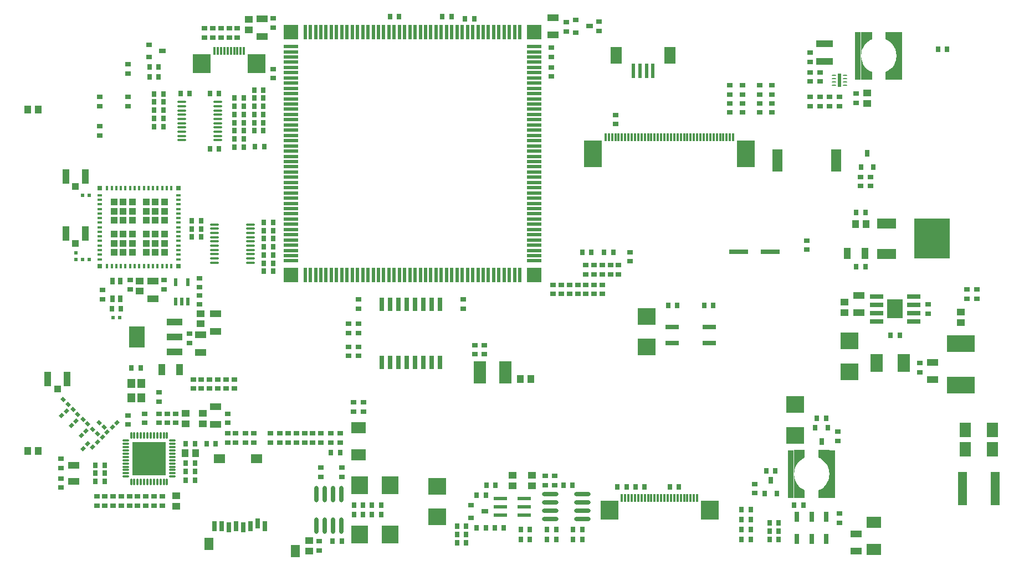
<source format=gtp>
G04*
G04 #@! TF.GenerationSoftware,Altium Limited,Altium Designer,18.1.7 (191)*
G04*
G04 Layer_Color=8421504*
%FSLAX44Y44*%
%MOMM*%
G71*
G01*
G75*
%ADD24R,0.8000X0.9000*%
%ADD25R,1.3000X1.0000*%
%ADD26C,0.2500*%
%ADD27O,1.3500X0.4000*%
%ADD28R,0.3000X1.2000*%
%ADD29R,2.7000X3.0000*%
%ADD30R,0.6000X2.2000*%
%ADD31R,1.8000X2.6000*%
%ADD32R,0.9500X7.3000*%
%ADD33R,0.5600X2.1500*%
G04:AMPARAMS|DCode=34|XSize=0.25mm|YSize=0.7mm|CornerRadius=0.0625mm|HoleSize=0mm|Usage=FLASHONLY|Rotation=90.000|XOffset=0mm|YOffset=0mm|HoleType=Round|Shape=RoundedRectangle|*
%AMROUNDEDRECTD34*
21,1,0.2500,0.5750,0,0,90.0*
21,1,0.1250,0.7000,0,0,90.0*
1,1,0.1250,0.2875,0.0625*
1,1,0.1250,0.2875,-0.0625*
1,1,0.1250,-0.2875,-0.0625*
1,1,0.1250,-0.2875,0.0625*
%
%ADD34ROUNDEDRECTD34*%
%ADD35R,5.4000X6.2000*%
%ADD36R,3.0000X1.5000*%
%ADD37R,2.0000X0.7000*%
%ADD38R,2.4000X3.0000*%
%ADD39R,2.7432X2.6162*%
%ADD40R,2.7000X3.0000*%
%ADD41O,2.5000X0.7000*%
%ADD42R,2.0000X0.5300*%
%ADD43R,2.6162X2.7432*%
%ADD44O,0.7000X2.5000*%
%ADD45R,1.8000X1.4000*%
%ADD46R,1.4000X1.9000*%
%ADD47R,0.8000X1.5000*%
%ADD48R,5.1500X5.1500*%
%ADD49O,0.3500X1.0500*%
%ADD50O,1.0500X0.3500*%
%ADD51R,0.5000X2.3000*%
%ADD52R,2.3000X0.5000*%
%ADD53R,2.3000X2.3000*%
%ADD54R,1.4000X5.2000*%
%ADD55R,2.2500X1.8000*%
%ADD56R,1.8000X2.2500*%
%ADD57R,1.7000X1.1000*%
%ADD58R,1.0000X1.3000*%
%ADD59R,0.9000X0.8000*%
%ADD60R,0.5000X0.6000*%
%ADD61R,0.6000X0.5000*%
%ADD62R,1.0500X2.2000*%
%ADD63R,1.0000X1.0500*%
%ADD64R,0.6500X0.9000*%
%ADD65R,0.6500X1.1000*%
%ADD66R,0.8000X1.6000*%
%ADD67R,0.9000X0.6500*%
%ADD68R,1.1000X0.6500*%
%ADD69R,1.5000X3.4000*%
%ADD70R,2.7000X4.1000*%
%ADD71R,0.7500X0.7500*%
%ADD72R,0.4000X0.7500*%
%ADD73R,0.7500X0.4000*%
%ADD74R,1.0000X1.0000*%
%ADD75R,2.4000X3.3000*%
%ADD76R,2.4000X1.0000*%
%ADD77R,0.5000X1.2000*%
%ADD78R,0.7000X2.0000*%
%ADD79R,2.0000X0.8000*%
%ADD80R,1.1498X1.3995*%
%ADD81R,0.8000X1.0500*%
%ADD82R,4.2000X2.6000*%
%ADD83R,2.6000X1.1000*%
%ADD84R,1.1000X1.7000*%
G04:AMPARAMS|DCode=85|XSize=0.5mm|YSize=0.6mm|CornerRadius=0mm|HoleSize=0mm|Usage=FLASHONLY|Rotation=135.000|XOffset=0mm|YOffset=0mm|HoleType=Round|Shape=Rectangle|*
%AMROTATEDRECTD85*
4,1,4,0.3889,0.0354,-0.0354,-0.3889,-0.3889,-0.0354,0.0354,0.3889,0.3889,0.0354,0.0*
%
%ADD85ROTATEDRECTD85*%

G04:AMPARAMS|DCode=86|XSize=0.5mm|YSize=0.6mm|CornerRadius=0mm|HoleSize=0mm|Usage=FLASHONLY|Rotation=225.000|XOffset=0mm|YOffset=0mm|HoleType=Round|Shape=Rectangle|*
%AMROTATEDRECTD86*
4,1,4,-0.0354,0.3889,0.3889,-0.0354,0.0354,-0.3889,-0.3889,0.0354,-0.0354,0.3889,0.0*
%
%ADD86ROTATEDRECTD86*%

%ADD87R,1.9000X2.8000*%
%ADD88R,3.0000X0.7000*%
%ADD89R,1.9000X3.4000*%
%ADD90R,1.8000X1.0000*%
G36*
X1234500Y132500D02*
X1234000Y138000D01*
X1232000Y144000D01*
X1231000Y146000D01*
X1229500Y148500D01*
X1226500Y152000D01*
X1224000Y154000D01*
X1222000Y155500D01*
X1218000Y157500D01*
Y169000D01*
X1234500D01*
Y132500D01*
D02*
G37*
G36*
X1197000Y157500D02*
X1194000Y156000D01*
X1190500Y153500D01*
X1188000Y151500D01*
X1187500Y151000D01*
X1185500Y148500D01*
X1184000Y146000D01*
X1183000Y144000D01*
X1182000Y141500D01*
X1181500Y139500D01*
X1181000Y137500D01*
X1180500Y132500D01*
Y169000D01*
X1197000D01*
Y157500D01*
D02*
G37*
G36*
X1234500Y96000D02*
X1218000D01*
Y107500D01*
X1222000Y109500D01*
X1223500Y110500D01*
X1226500Y113000D01*
X1229500Y116500D01*
X1231500Y120000D01*
X1233000Y123000D01*
X1233500Y125000D01*
X1234000Y127500D01*
X1234500Y132500D01*
Y96000D01*
D02*
G37*
G36*
X1181000Y127000D02*
X1182000Y123000D01*
X1184500Y118000D01*
X1187500Y114000D01*
X1191000Y111000D01*
X1194000Y109000D01*
X1197000Y107500D01*
Y96000D01*
X1180500D01*
Y132500D01*
X1181000Y127000D01*
D02*
G37*
G36*
X1337000Y772500D02*
X1336500Y778000D01*
X1335500Y782000D01*
X1333000Y787000D01*
X1330000Y791000D01*
X1326500Y794000D01*
X1323500Y796000D01*
X1320500Y797500D01*
Y809000D01*
X1337000D01*
Y772500D01*
D02*
G37*
G36*
X1299500Y797500D02*
X1295500Y795500D01*
X1294000Y794500D01*
X1291000Y792000D01*
X1288000Y788500D01*
X1286000Y785000D01*
X1284500Y782000D01*
X1284000Y780000D01*
X1283500Y777500D01*
X1283000Y772500D01*
Y809000D01*
X1299500D01*
Y797500D01*
D02*
G37*
G36*
X1337000Y736000D02*
X1320500D01*
Y747500D01*
X1323500Y749000D01*
X1327000Y751500D01*
X1329500Y753500D01*
X1330000Y754000D01*
X1332000Y756500D01*
X1333500Y759000D01*
X1334500Y761000D01*
X1335500Y763500D01*
X1336000Y765500D01*
X1336500Y767500D01*
X1337000Y772500D01*
Y736000D01*
D02*
G37*
G36*
X1283500Y767000D02*
X1285500Y761000D01*
X1286500Y759000D01*
X1288000Y756500D01*
X1291000Y753000D01*
X1293500Y751000D01*
X1295500Y749500D01*
X1299500Y747500D01*
Y736000D01*
X1283000D01*
Y772500D01*
X1283500Y767000D01*
D02*
G37*
D24*
X828002Y115000D02*
D03*
X842002D02*
D03*
X475502Y30000D02*
D03*
X489502D02*
D03*
X987998Y390000D02*
D03*
X1001998D02*
D03*
X384498Y492500D02*
D03*
X370498D02*
D03*
X1138002Y137500D02*
D03*
X1152002D02*
D03*
X856998Y32500D02*
D03*
X842998D02*
D03*
X776998D02*
D03*
X762998D02*
D03*
X776998Y47500D02*
D03*
X762998D02*
D03*
X856998D02*
D03*
X842998D02*
D03*
X816998Y32500D02*
D03*
X802998D02*
D03*
X816998Y47500D02*
D03*
X802998D02*
D03*
X1194498Y85000D02*
D03*
X1180498D02*
D03*
X1100502Y47500D02*
D03*
X1114502D02*
D03*
X1100502Y32500D02*
D03*
X1114502D02*
D03*
X1100502Y62500D02*
D03*
X1114502D02*
D03*
X1143002Y32500D02*
D03*
X1157002D02*
D03*
X1143002Y45000D02*
D03*
X1157002D02*
D03*
X1143002Y57500D02*
D03*
X1157002D02*
D03*
X1100502Y77500D02*
D03*
X1114502D02*
D03*
X990500Y112500D02*
D03*
X1004500D02*
D03*
X938002Y112500D02*
D03*
X952002D02*
D03*
X924498Y112500D02*
D03*
X910498D02*
D03*
X562998Y832500D02*
D03*
X576998D02*
D03*
X677998Y828500D02*
D03*
X691998D02*
D03*
X642998Y832500D02*
D03*
X656998D02*
D03*
X665498Y52500D02*
D03*
X679498D02*
D03*
X217002Y714000D02*
D03*
X203002D02*
D03*
X217002Y689000D02*
D03*
X203002D02*
D03*
X217002Y676500D02*
D03*
X203002D02*
D03*
X217002Y664000D02*
D03*
X203002D02*
D03*
X217002Y701500D02*
D03*
X203002D02*
D03*
X371002Y633000D02*
D03*
X357002D02*
D03*
X302002Y630000D02*
D03*
X288002D02*
D03*
X339502Y645000D02*
D03*
X325502D02*
D03*
X369502Y657500D02*
D03*
X355502D02*
D03*
X369502Y670000D02*
D03*
X355502D02*
D03*
X369502Y682500D02*
D03*
X355502D02*
D03*
X369502Y695000D02*
D03*
X355502D02*
D03*
X369502Y707500D02*
D03*
X355502D02*
D03*
X370498Y442500D02*
D03*
X384498D02*
D03*
X339502Y632500D02*
D03*
X325502D02*
D03*
X339502Y707500D02*
D03*
X325502D02*
D03*
X339502Y682500D02*
D03*
X325502D02*
D03*
X339502Y657500D02*
D03*
X325502D02*
D03*
X339502Y670000D02*
D03*
X325502D02*
D03*
X339502Y695000D02*
D03*
X325502D02*
D03*
X152002Y385000D02*
D03*
X138002D02*
D03*
X384502Y517500D02*
D03*
X370502D02*
D03*
X260498Y495000D02*
D03*
X274498D02*
D03*
X274502Y520000D02*
D03*
X260502D02*
D03*
X370498Y455000D02*
D03*
X384498D02*
D03*
X370498Y467500D02*
D03*
X384498D02*
D03*
X370498Y480000D02*
D03*
X384498D02*
D03*
X369502Y720000D02*
D03*
X355502D02*
D03*
X282998Y179000D02*
D03*
X296998D02*
D03*
X250998D02*
D03*
X264998D02*
D03*
X679502Y27500D02*
D03*
X665502D02*
D03*
X257002Y715000D02*
D03*
X243002D02*
D03*
X287998Y715000D02*
D03*
X301998D02*
D03*
X370498Y505000D02*
D03*
X384498D02*
D03*
X274502Y507500D02*
D03*
X260502D02*
D03*
X182002Y295000D02*
D03*
X168002D02*
D03*
X1414502Y782500D02*
D03*
X1400502D02*
D03*
X1289502Y450000D02*
D03*
X1275502D02*
D03*
X1289502Y532500D02*
D03*
X1275502D02*
D03*
X1327998Y345000D02*
D03*
X1341998D02*
D03*
X1042998Y390000D02*
D03*
X1056998D02*
D03*
X710502Y115000D02*
D03*
X724502D02*
D03*
X549498Y70000D02*
D03*
X535498D02*
D03*
X251002Y123000D02*
D03*
X265002D02*
D03*
X126998Y121000D02*
D03*
X112998D02*
D03*
X126998Y133500D02*
D03*
X112998D02*
D03*
X264998Y149000D02*
D03*
X250998D02*
D03*
X126998Y146000D02*
D03*
X112998D02*
D03*
X264998Y136000D02*
D03*
X250998D02*
D03*
X695502Y50000D02*
D03*
X709502D02*
D03*
X723002Y50000D02*
D03*
X737002D02*
D03*
X709498Y100000D02*
D03*
X695498D02*
D03*
X679498Y40000D02*
D03*
X665498D02*
D03*
X1215502Y217500D02*
D03*
X1229502D02*
D03*
X195502Y740000D02*
D03*
X209502D02*
D03*
X209498Y755000D02*
D03*
X195498D02*
D03*
X508002Y85000D02*
D03*
X522002D02*
D03*
X857002Y471500D02*
D03*
X871002D02*
D03*
X890502D02*
D03*
X904502D02*
D03*
X486998Y165000D02*
D03*
X472998D02*
D03*
X508002Y70000D02*
D03*
X522002D02*
D03*
X549498Y85000D02*
D03*
X535498D02*
D03*
D25*
X440000Y30500D02*
D03*
Y14500D02*
D03*
X250500Y225500D02*
D03*
Y209500D02*
D03*
X780000Y130500D02*
D03*
Y114500D02*
D03*
X274000Y362000D02*
D03*
Y378000D02*
D03*
X1435000Y364500D02*
D03*
Y380500D02*
D03*
X347500Y828000D02*
D03*
Y812000D02*
D03*
X236500Y99000D02*
D03*
Y83000D02*
D03*
X181000Y428000D02*
D03*
Y412000D02*
D03*
X1257500Y395500D02*
D03*
Y379500D02*
D03*
X1292500Y715500D02*
D03*
Y699500D02*
D03*
X750000Y114500D02*
D03*
Y130500D02*
D03*
X277000Y225000D02*
D03*
Y209000D02*
D03*
D26*
X82000Y461000D02*
D03*
D27*
X350250Y455750D02*
D03*
Y462250D02*
D03*
Y468750D02*
D03*
Y475250D02*
D03*
Y481750D02*
D03*
Y488250D02*
D03*
Y494750D02*
D03*
Y501250D02*
D03*
Y507750D02*
D03*
Y514250D02*
D03*
X294750Y455750D02*
D03*
Y462250D02*
D03*
Y468750D02*
D03*
Y475250D02*
D03*
Y481750D02*
D03*
Y488250D02*
D03*
Y494750D02*
D03*
Y501250D02*
D03*
Y507750D02*
D03*
Y514250D02*
D03*
X300250Y643250D02*
D03*
Y649750D02*
D03*
Y656250D02*
D03*
Y662750D02*
D03*
Y669250D02*
D03*
Y675750D02*
D03*
Y682250D02*
D03*
Y688750D02*
D03*
Y695250D02*
D03*
Y701750D02*
D03*
X244750Y643250D02*
D03*
Y649750D02*
D03*
Y656250D02*
D03*
Y662750D02*
D03*
Y669250D02*
D03*
Y675750D02*
D03*
Y682250D02*
D03*
Y688750D02*
D03*
Y695250D02*
D03*
Y701750D02*
D03*
D28*
X295000Y779900D02*
D03*
X300000D02*
D03*
X305000D02*
D03*
X310000D02*
D03*
X315000D02*
D03*
X320000D02*
D03*
X325000D02*
D03*
X330000D02*
D03*
X335000D02*
D03*
X340000D02*
D03*
X1032500Y95600D02*
D03*
X1027500D02*
D03*
X1022500D02*
D03*
X992500D02*
D03*
X957500D02*
D03*
X952500D02*
D03*
X917500D02*
D03*
X922500D02*
D03*
X927500D02*
D03*
X932500D02*
D03*
X937500D02*
D03*
X942500D02*
D03*
X947500D02*
D03*
X962500D02*
D03*
X967500D02*
D03*
X972500D02*
D03*
X977500D02*
D03*
X982500D02*
D03*
X987500D02*
D03*
X997500D02*
D03*
X1002500D02*
D03*
X1007500D02*
D03*
X1012500D02*
D03*
X1017500D02*
D03*
X892500Y647400D02*
D03*
X897501D02*
D03*
X902499D02*
D03*
X907501D02*
D03*
X912499D02*
D03*
X917501D02*
D03*
X1072499D02*
D03*
X1077501D02*
D03*
X1082499D02*
D03*
X1087500D02*
D03*
X982499D02*
D03*
X992499D02*
D03*
X987501D02*
D03*
X977501D02*
D03*
X972499D02*
D03*
X967501D02*
D03*
X962499D02*
D03*
X957501D02*
D03*
X952499D02*
D03*
X947501D02*
D03*
X942499D02*
D03*
X937501D02*
D03*
X932499D02*
D03*
X927501D02*
D03*
X922499D02*
D03*
X997501D02*
D03*
X1002499D02*
D03*
X1007501D02*
D03*
X1012499D02*
D03*
X1017501D02*
D03*
X1022499D02*
D03*
X1027501D02*
D03*
X1032499D02*
D03*
X1037501D02*
D03*
X1042499D02*
D03*
X1047501D02*
D03*
X1052499D02*
D03*
X1057501D02*
D03*
X1062499D02*
D03*
X1067501D02*
D03*
D29*
X275700Y760100D02*
D03*
X359300D02*
D03*
D30*
X965000Y749000D02*
D03*
X955000D02*
D03*
X945000D02*
D03*
X935000D02*
D03*
D31*
X991000Y773000D02*
D03*
X909000D02*
D03*
D32*
X1341750Y772500D02*
D03*
X1278250D02*
D03*
X1175750Y132500D02*
D03*
X1239250D02*
D03*
D33*
X1250000Y735000D02*
D03*
D34*
X1241250Y727500D02*
D03*
Y732500D02*
D03*
Y737500D02*
D03*
Y742500D02*
D03*
X1258750D02*
D03*
Y737500D02*
D03*
Y732500D02*
D03*
Y727500D02*
D03*
D35*
X1391250Y492500D02*
D03*
D36*
X1321750Y469500D02*
D03*
Y515500D02*
D03*
D37*
X1307000Y404050D02*
D03*
Y391350D02*
D03*
Y378650D02*
D03*
Y365950D02*
D03*
X1363000D02*
D03*
Y404050D02*
D03*
Y391350D02*
D03*
Y378650D02*
D03*
D38*
X1335000Y385000D02*
D03*
D39*
X1182500Y238495D02*
D03*
Y191505D02*
D03*
X635000Y113495D02*
D03*
Y66505D02*
D03*
X955000Y326505D02*
D03*
Y373495D02*
D03*
X1265000Y289005D02*
D03*
Y335995D02*
D03*
D40*
X898200Y77000D02*
D03*
X1051800D02*
D03*
D41*
X857000Y63450D02*
D03*
Y76150D02*
D03*
Y88850D02*
D03*
Y101550D02*
D03*
X808000Y63450D02*
D03*
Y76150D02*
D03*
Y88850D02*
D03*
Y101550D02*
D03*
D42*
X768600Y69800D02*
D03*
Y82500D02*
D03*
Y95200D02*
D03*
X731400D02*
D03*
Y82500D02*
D03*
Y69800D02*
D03*
D43*
X516505Y115000D02*
D03*
X563495D02*
D03*
X516505Y40000D02*
D03*
X563495D02*
D03*
D44*
X450950Y53000D02*
D03*
X463650D02*
D03*
X476350D02*
D03*
X489050D02*
D03*
X450950Y102000D02*
D03*
X463650D02*
D03*
X476350D02*
D03*
X489050D02*
D03*
D45*
X302749Y155749D02*
D03*
X359650D02*
D03*
D46*
X286749Y25749D02*
D03*
X418250Y14251D02*
D03*
D47*
X294649Y52750D02*
D03*
X305650D02*
D03*
X316650Y50751D02*
D03*
X327649Y52750D02*
D03*
X338649Y50751D02*
D03*
X349650Y52750D02*
D03*
X360651Y56750D02*
D03*
X371649Y52750D02*
D03*
D48*
X195000Y156000D02*
D03*
D49*
X167500Y191500D02*
D03*
X172500D02*
D03*
X177500D02*
D03*
X182500D02*
D03*
X187500D02*
D03*
X192500D02*
D03*
X197500D02*
D03*
X202500D02*
D03*
X207500D02*
D03*
X212500D02*
D03*
X217500D02*
D03*
X222500D02*
D03*
Y120500D02*
D03*
X217500D02*
D03*
X212500D02*
D03*
X207500D02*
D03*
X202500D02*
D03*
X197500D02*
D03*
X192500D02*
D03*
X187500D02*
D03*
X182500D02*
D03*
X177500D02*
D03*
X172500D02*
D03*
X167500D02*
D03*
D50*
X230500Y183500D02*
D03*
Y178500D02*
D03*
Y173500D02*
D03*
Y168500D02*
D03*
Y163500D02*
D03*
Y158500D02*
D03*
Y153500D02*
D03*
Y148500D02*
D03*
Y143500D02*
D03*
Y138500D02*
D03*
Y133500D02*
D03*
Y128500D02*
D03*
X159500D02*
D03*
Y133500D02*
D03*
Y138500D02*
D03*
Y143500D02*
D03*
Y148500D02*
D03*
Y153500D02*
D03*
Y158500D02*
D03*
Y163500D02*
D03*
Y168500D02*
D03*
Y173500D02*
D03*
Y178500D02*
D03*
Y183500D02*
D03*
D51*
X737500Y436500D02*
D03*
X729500D02*
D03*
X649500Y808500D02*
D03*
X641500D02*
D03*
X761500D02*
D03*
X433500Y436500D02*
D03*
X441500D02*
D03*
X449500D02*
D03*
X457500D02*
D03*
X465500D02*
D03*
X473500D02*
D03*
X481500D02*
D03*
X489500D02*
D03*
X497500D02*
D03*
X505500D02*
D03*
X513500D02*
D03*
X521500D02*
D03*
X529500D02*
D03*
X537500D02*
D03*
X545500D02*
D03*
X553500D02*
D03*
X561500D02*
D03*
X569500D02*
D03*
X577500D02*
D03*
X585500D02*
D03*
X593500D02*
D03*
X601500D02*
D03*
X609500D02*
D03*
X617500D02*
D03*
X625500D02*
D03*
X633500D02*
D03*
X641500D02*
D03*
X649500D02*
D03*
X657500D02*
D03*
X665500D02*
D03*
X673500D02*
D03*
X681500D02*
D03*
X689500D02*
D03*
X697500D02*
D03*
X705500D02*
D03*
X713500D02*
D03*
X721500D02*
D03*
X745500D02*
D03*
X753500D02*
D03*
X761500D02*
D03*
X753500Y808500D02*
D03*
X745500D02*
D03*
X737500D02*
D03*
X729500D02*
D03*
X721500D02*
D03*
X713500D02*
D03*
X705500D02*
D03*
X697500D02*
D03*
X689500D02*
D03*
X681500D02*
D03*
X673500D02*
D03*
X665500D02*
D03*
X657500D02*
D03*
X601500D02*
D03*
X593500D02*
D03*
X585500D02*
D03*
X577500D02*
D03*
X569500D02*
D03*
X561500D02*
D03*
X553500D02*
D03*
X545500D02*
D03*
X537500D02*
D03*
X529500D02*
D03*
X521500D02*
D03*
X513500D02*
D03*
X505500D02*
D03*
X497500D02*
D03*
X489500D02*
D03*
X481500D02*
D03*
X473500D02*
D03*
X465500D02*
D03*
X457500D02*
D03*
X449500D02*
D03*
X441500D02*
D03*
X433500D02*
D03*
X609500D02*
D03*
X617500D02*
D03*
X625500D02*
D03*
X633500D02*
D03*
D52*
X411500Y458500D02*
D03*
Y466500D02*
D03*
Y474500D02*
D03*
Y482500D02*
D03*
Y490500D02*
D03*
Y498500D02*
D03*
Y506500D02*
D03*
Y514500D02*
D03*
Y522500D02*
D03*
Y530500D02*
D03*
Y538500D02*
D03*
Y546500D02*
D03*
Y554500D02*
D03*
Y562500D02*
D03*
Y570500D02*
D03*
Y578500D02*
D03*
Y586500D02*
D03*
Y594500D02*
D03*
Y602500D02*
D03*
Y610500D02*
D03*
Y618500D02*
D03*
Y626500D02*
D03*
Y634500D02*
D03*
Y642500D02*
D03*
Y650500D02*
D03*
Y658500D02*
D03*
Y666500D02*
D03*
Y674500D02*
D03*
Y682500D02*
D03*
Y690500D02*
D03*
Y698500D02*
D03*
Y706500D02*
D03*
Y714500D02*
D03*
Y722500D02*
D03*
Y730500D02*
D03*
Y738500D02*
D03*
Y746500D02*
D03*
Y754500D02*
D03*
Y762500D02*
D03*
Y770500D02*
D03*
Y778500D02*
D03*
Y786500D02*
D03*
X783500Y458500D02*
D03*
Y466500D02*
D03*
Y474500D02*
D03*
Y482500D02*
D03*
Y490500D02*
D03*
Y498500D02*
D03*
Y506500D02*
D03*
Y514500D02*
D03*
Y522500D02*
D03*
Y530500D02*
D03*
Y538500D02*
D03*
Y546500D02*
D03*
Y554500D02*
D03*
Y562500D02*
D03*
Y570500D02*
D03*
Y578500D02*
D03*
Y586500D02*
D03*
Y594500D02*
D03*
Y602500D02*
D03*
Y610500D02*
D03*
Y618500D02*
D03*
Y626500D02*
D03*
Y634500D02*
D03*
Y642500D02*
D03*
Y650500D02*
D03*
Y658500D02*
D03*
Y666500D02*
D03*
Y674500D02*
D03*
Y682500D02*
D03*
Y690500D02*
D03*
Y698500D02*
D03*
Y706500D02*
D03*
Y714500D02*
D03*
Y722500D02*
D03*
Y730500D02*
D03*
Y738500D02*
D03*
Y746500D02*
D03*
Y754500D02*
D03*
Y762500D02*
D03*
Y770500D02*
D03*
Y778500D02*
D03*
Y786500D02*
D03*
D53*
Y808500D02*
D03*
X783500Y436500D02*
D03*
X411500Y808500D02*
D03*
Y436500D02*
D03*
D54*
X1437500Y110000D02*
D03*
X1487500D02*
D03*
D55*
X1302500Y58250D02*
D03*
Y16750D02*
D03*
X515000Y161750D02*
D03*
Y203250D02*
D03*
D56*
X1441750Y200000D02*
D03*
X1483250D02*
D03*
Y170150D02*
D03*
X1441750D02*
D03*
D57*
X1275000Y14000D02*
D03*
Y41000D02*
D03*
X812500Y831000D02*
D03*
Y804000D02*
D03*
X297000Y377500D02*
D03*
Y350500D02*
D03*
X201000Y427500D02*
D03*
Y400500D02*
D03*
X274000Y318500D02*
D03*
Y345500D02*
D03*
X1392500Y276500D02*
D03*
Y303500D02*
D03*
X1280000Y406000D02*
D03*
Y379000D02*
D03*
X367500Y801500D02*
D03*
Y828500D02*
D03*
X297000Y208500D02*
D03*
Y235500D02*
D03*
D58*
X9500Y167500D02*
D03*
X25500D02*
D03*
X9500Y690000D02*
D03*
X25500D02*
D03*
X250000Y164000D02*
D03*
X266000D02*
D03*
X778000Y277500D02*
D03*
X762000D02*
D03*
X1274500Y515000D02*
D03*
X1290500D02*
D03*
D59*
X882500Y810498D02*
D03*
Y824498D02*
D03*
X262500Y263002D02*
D03*
Y277002D02*
D03*
X325000Y263002D02*
D03*
Y277002D02*
D03*
X312500Y263002D02*
D03*
Y277002D02*
D03*
X275000Y263002D02*
D03*
Y277002D02*
D03*
X287500Y263002D02*
D03*
Y277002D02*
D03*
X300000Y263002D02*
D03*
Y277002D02*
D03*
X815000Y129498D02*
D03*
Y115498D02*
D03*
X800000Y129498D02*
D03*
Y115498D02*
D03*
X1120000Y103002D02*
D03*
Y117002D02*
D03*
X1250000Y71998D02*
D03*
Y57998D02*
D03*
X1200000Y475502D02*
D03*
Y489502D02*
D03*
X210500Y224502D02*
D03*
Y210502D02*
D03*
X825000Y422002D02*
D03*
Y408002D02*
D03*
X912500Y452002D02*
D03*
Y438002D02*
D03*
X812500Y422002D02*
D03*
Y408002D02*
D03*
X887500Y452002D02*
D03*
Y438002D02*
D03*
X875000Y422002D02*
D03*
Y408002D02*
D03*
Y452002D02*
D03*
Y438002D02*
D03*
X862500Y422002D02*
D03*
Y408002D02*
D03*
X862500Y452002D02*
D03*
Y438002D02*
D03*
X810000Y754502D02*
D03*
Y740502D02*
D03*
X887500Y422002D02*
D03*
Y408002D02*
D03*
X900000Y452002D02*
D03*
Y438002D02*
D03*
X1297500Y572998D02*
D03*
Y586998D02*
D03*
X832500Y823502D02*
D03*
Y809502D02*
D03*
X1282500Y572998D02*
D03*
Y586998D02*
D03*
X272000Y417998D02*
D03*
Y431998D02*
D03*
Y391998D02*
D03*
Y405998D02*
D03*
X500000Y327000D02*
D03*
Y313000D02*
D03*
Y362000D02*
D03*
Y348000D02*
D03*
X455000Y29502D02*
D03*
Y15502D02*
D03*
X507500Y242002D02*
D03*
Y228002D02*
D03*
X522500Y242002D02*
D03*
Y228002D02*
D03*
X1460000Y414502D02*
D03*
Y400502D02*
D03*
X1385000Y392002D02*
D03*
Y378002D02*
D03*
X305000Y814502D02*
D03*
Y800502D02*
D03*
X317500Y814502D02*
D03*
Y800502D02*
D03*
X330000Y814502D02*
D03*
Y800502D02*
D03*
X292500Y814502D02*
D03*
Y800502D02*
D03*
X385000Y752002D02*
D03*
Y738002D02*
D03*
X1147000Y712998D02*
D03*
Y726998D02*
D03*
X1147000Y699502D02*
D03*
Y685502D02*
D03*
X1128000Y699502D02*
D03*
Y685502D02*
D03*
X1128000Y712998D02*
D03*
Y726998D02*
D03*
X1082000Y699502D02*
D03*
Y685502D02*
D03*
X1082000Y712998D02*
D03*
Y726998D02*
D03*
X1102000Y712998D02*
D03*
Y726998D02*
D03*
X1102000Y699502D02*
D03*
Y685502D02*
D03*
X1205000Y695498D02*
D03*
Y709498D02*
D03*
X1235000Y709502D02*
D03*
Y695502D02*
D03*
X1250000Y695498D02*
D03*
Y709498D02*
D03*
X1205000Y747002D02*
D03*
Y733002D02*
D03*
X1220000Y747002D02*
D03*
Y733002D02*
D03*
X60000Y111498D02*
D03*
Y125498D02*
D03*
X60000Y155502D02*
D03*
Y141502D02*
D03*
X210000Y242998D02*
D03*
Y256998D02*
D03*
X163000Y207998D02*
D03*
Y221998D02*
D03*
X188000Y210498D02*
D03*
Y224498D02*
D03*
X152500Y98002D02*
D03*
Y84002D02*
D03*
X215000Y98002D02*
D03*
Y84002D02*
D03*
X235500Y210498D02*
D03*
Y224498D02*
D03*
X223000Y210498D02*
D03*
Y224498D02*
D03*
X124000Y399998D02*
D03*
Y413998D02*
D03*
X166000Y429002D02*
D03*
Y415002D02*
D03*
X218000Y429002D02*
D03*
Y415002D02*
D03*
X515000Y399502D02*
D03*
Y385502D02*
D03*
X675000Y399502D02*
D03*
Y385502D02*
D03*
X257000Y347002D02*
D03*
Y333002D02*
D03*
X810000Y784502D02*
D03*
Y770502D02*
D03*
X1372500Y302002D02*
D03*
Y288002D02*
D03*
X280000Y814502D02*
D03*
Y800502D02*
D03*
X1220000Y709502D02*
D03*
Y695502D02*
D03*
X907500Y682002D02*
D03*
Y668002D02*
D03*
X1205000Y762998D02*
D03*
Y776998D02*
D03*
X1275000Y714502D02*
D03*
Y700502D02*
D03*
X385000Y815498D02*
D03*
Y829498D02*
D03*
X1445000Y414502D02*
D03*
Y400502D02*
D03*
X515000Y327000D02*
D03*
Y313000D02*
D03*
Y362000D02*
D03*
Y348000D02*
D03*
X120000Y664498D02*
D03*
Y650498D02*
D03*
X162500Y709498D02*
D03*
Y695498D02*
D03*
Y759498D02*
D03*
Y745498D02*
D03*
X120000Y695502D02*
D03*
Y709502D02*
D03*
X315000Y210502D02*
D03*
Y224502D02*
D03*
X930000Y471998D02*
D03*
Y457998D02*
D03*
X202500Y97998D02*
D03*
Y83998D02*
D03*
X190000Y97998D02*
D03*
Y83998D02*
D03*
X177500Y97998D02*
D03*
Y83998D02*
D03*
X165000Y97998D02*
D03*
Y83998D02*
D03*
X140000Y97998D02*
D03*
Y83998D02*
D03*
X127500Y97998D02*
D03*
Y83998D02*
D03*
X115000Y97998D02*
D03*
Y83998D02*
D03*
X445000Y194498D02*
D03*
Y180498D02*
D03*
X420000Y194498D02*
D03*
Y180498D02*
D03*
X395000Y194498D02*
D03*
Y180498D02*
D03*
X380000Y194498D02*
D03*
Y180498D02*
D03*
X342500Y194498D02*
D03*
Y180498D02*
D03*
X327500Y194498D02*
D03*
Y180498D02*
D03*
X457500Y194498D02*
D03*
Y180498D02*
D03*
X432500Y194498D02*
D03*
Y180498D02*
D03*
X355000Y194498D02*
D03*
Y180498D02*
D03*
X315000Y194498D02*
D03*
Y180498D02*
D03*
X407500Y194498D02*
D03*
Y180498D02*
D03*
X692500Y315502D02*
D03*
Y329502D02*
D03*
X707500Y315502D02*
D03*
Y329502D02*
D03*
X850000Y421998D02*
D03*
Y407998D02*
D03*
X837500Y421998D02*
D03*
Y407998D02*
D03*
X1247500Y196998D02*
D03*
Y182998D02*
D03*
X472500Y194498D02*
D03*
Y180498D02*
D03*
X487500Y194498D02*
D03*
Y180498D02*
D03*
X457500Y128002D02*
D03*
Y142002D02*
D03*
X490000Y128002D02*
D03*
Y142002D02*
D03*
D60*
X83500Y461000D02*
D03*
Y471000D02*
D03*
D61*
X150000Y372000D02*
D03*
X140000D02*
D03*
X93500Y559000D02*
D03*
X103500D02*
D03*
X93500Y461000D02*
D03*
X103500D02*
D03*
D62*
X40250Y277500D02*
D03*
X69750D02*
D03*
X67750Y500000D02*
D03*
X97250D02*
D03*
X67750Y587500D02*
D03*
X97250D02*
D03*
D63*
X55000Y262250D02*
D03*
X82500Y484750D02*
D03*
Y572250D02*
D03*
D64*
X1135500Y102125D02*
D03*
X1154500D02*
D03*
X1283000Y602125D02*
D03*
X1302000D02*
D03*
X1213000Y202875D02*
D03*
X1232000D02*
D03*
D65*
X1145000Y122875D02*
D03*
X1292500Y622875D02*
D03*
X1222500Y182125D02*
D03*
D66*
X1230000Y67000D02*
D03*
Y33000D02*
D03*
X1207500D02*
D03*
Y67000D02*
D03*
X1185000D02*
D03*
Y33000D02*
D03*
D67*
X194625Y789500D02*
D03*
Y770500D02*
D03*
X847125Y827000D02*
D03*
Y808000D02*
D03*
X687125Y65500D02*
D03*
Y84500D02*
D03*
D68*
X215375Y780000D02*
D03*
X867875Y817500D02*
D03*
X707875Y75000D02*
D03*
D69*
X1155500Y612500D02*
D03*
X1244500D02*
D03*
D70*
X873201Y622500D02*
D03*
X1106799D02*
D03*
D71*
X240250Y569750D02*
D03*
X119750D02*
D03*
Y450250D02*
D03*
X240250D02*
D03*
D72*
X229000Y569750D02*
D03*
X222000D02*
D03*
X215000D02*
D03*
X208000D02*
D03*
X201000D02*
D03*
X194000D02*
D03*
X187000D02*
D03*
X180000D02*
D03*
X173000D02*
D03*
X166000D02*
D03*
X159000D02*
D03*
X152000D02*
D03*
X145000D02*
D03*
X138000D02*
D03*
X131000D02*
D03*
Y450250D02*
D03*
X138000D02*
D03*
X145000D02*
D03*
X152000D02*
D03*
X159000D02*
D03*
X166000D02*
D03*
X173000D02*
D03*
X180000D02*
D03*
X187000D02*
D03*
X194000D02*
D03*
X201000D02*
D03*
X208000D02*
D03*
X215000D02*
D03*
X222000D02*
D03*
X229000D02*
D03*
D73*
X119750Y559000D02*
D03*
X240250Y461000D02*
D03*
X119750Y552000D02*
D03*
Y545000D02*
D03*
Y538000D02*
D03*
Y531000D02*
D03*
Y524000D02*
D03*
Y517000D02*
D03*
Y510000D02*
D03*
Y503000D02*
D03*
Y496000D02*
D03*
Y489000D02*
D03*
Y482000D02*
D03*
Y475000D02*
D03*
Y468000D02*
D03*
Y461000D02*
D03*
X240250Y468000D02*
D03*
Y475000D02*
D03*
Y482000D02*
D03*
Y489000D02*
D03*
Y496000D02*
D03*
Y503000D02*
D03*
Y510000D02*
D03*
Y517000D02*
D03*
Y524000D02*
D03*
Y531000D02*
D03*
Y538000D02*
D03*
Y545000D02*
D03*
Y552000D02*
D03*
Y559000D02*
D03*
D74*
X204500Y548500D02*
D03*
X190500D02*
D03*
X169500D02*
D03*
X155500D02*
D03*
X141500D02*
D03*
Y534500D02*
D03*
Y520500D02*
D03*
X218500Y534500D02*
D03*
X204500D02*
D03*
X190500D02*
D03*
X218500Y520500D02*
D03*
X204500D02*
D03*
X190500D02*
D03*
X169500D02*
D03*
Y534500D02*
D03*
X155500D02*
D03*
Y520500D02*
D03*
X218500Y499500D02*
D03*
Y485500D02*
D03*
Y471500D02*
D03*
X204500Y499500D02*
D03*
X190500D02*
D03*
X204500Y485500D02*
D03*
X190500D02*
D03*
X204500Y471500D02*
D03*
X190500D02*
D03*
X169500Y499500D02*
D03*
Y485500D02*
D03*
Y471500D02*
D03*
X155500Y499500D02*
D03*
X141500D02*
D03*
X155500Y485500D02*
D03*
X141500D02*
D03*
X155500Y471500D02*
D03*
X141500D02*
D03*
X218500Y548500D02*
D03*
D75*
X176000Y342000D02*
D03*
D76*
X234000Y365000D02*
D03*
Y342000D02*
D03*
Y319000D02*
D03*
D77*
X235500Y396500D02*
D03*
X245000D02*
D03*
X254500D02*
D03*
Y425500D02*
D03*
X235500D02*
D03*
D78*
X626750Y303200D02*
D03*
X601350D02*
D03*
X588650D02*
D03*
X563250D02*
D03*
X639450Y391800D02*
D03*
X626750D02*
D03*
X614050D02*
D03*
X601350D02*
D03*
X588650D02*
D03*
X575950D02*
D03*
X563250D02*
D03*
X550550D02*
D03*
X575950Y303200D02*
D03*
X550550D02*
D03*
X639450D02*
D03*
X614050D02*
D03*
D79*
X1051000Y333000D02*
D03*
Y357000D02*
D03*
X994000Y333000D02*
D03*
Y357000D02*
D03*
D80*
X167499Y249002D02*
D03*
X183501D02*
D03*
X167499Y270998D02*
D03*
X183501D02*
D03*
D81*
X151000Y427250D02*
D03*
Y400750D02*
D03*
X139000D02*
D03*
Y427250D02*
D03*
D82*
X1435000Y332000D02*
D03*
Y268000D02*
D03*
D83*
X1227500Y791000D02*
D03*
Y764000D02*
D03*
D84*
X241500Y292000D02*
D03*
X214500D02*
D03*
X1261500Y470000D02*
D03*
X1288500D02*
D03*
D85*
X116035Y181036D02*
D03*
X108965Y173965D02*
D03*
X123965Y188964D02*
D03*
X131036Y196035D02*
D03*
X93965Y171465D02*
D03*
X101036Y178535D02*
D03*
X61465Y221465D02*
D03*
X68536Y228535D02*
D03*
X76465Y206465D02*
D03*
X83536Y213535D02*
D03*
X91465Y191464D02*
D03*
X98535Y198535D02*
D03*
X138965Y203964D02*
D03*
X146035Y211035D02*
D03*
D86*
X93965Y216035D02*
D03*
X101035Y208965D02*
D03*
X78965Y231035D02*
D03*
X86035Y223964D02*
D03*
X118965Y211035D02*
D03*
X126035Y203965D02*
D03*
X108965Y201035D02*
D03*
X116035Y193965D02*
D03*
X63965Y246035D02*
D03*
X71035Y238964D02*
D03*
D87*
X1307000Y302500D02*
D03*
X1348000D02*
D03*
D88*
X1144000Y472500D02*
D03*
X1096000D02*
D03*
D89*
X700500Y287500D02*
D03*
X739500D02*
D03*
D90*
X80000Y146000D02*
D03*
Y121000D02*
D03*
M02*

</source>
